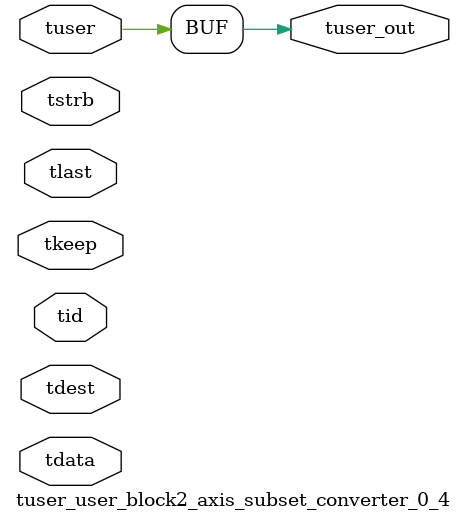
<source format=v>


`timescale 1ps/1ps

module tuser_user_block2_axis_subset_converter_0_4 #
(
parameter C_S_AXIS_TUSER_WIDTH = 1,
parameter C_S_AXIS_TDATA_WIDTH = 32,
parameter C_S_AXIS_TID_WIDTH   = 0,
parameter C_S_AXIS_TDEST_WIDTH = 0,
parameter C_M_AXIS_TUSER_WIDTH = 1
)
(
input  [(C_S_AXIS_TUSER_WIDTH == 0 ? 1 : C_S_AXIS_TUSER_WIDTH)-1:0     ] tuser,
input  [(C_S_AXIS_TDATA_WIDTH == 0 ? 1 : C_S_AXIS_TDATA_WIDTH)-1:0     ] tdata,
input  [(C_S_AXIS_TID_WIDTH   == 0 ? 1 : C_S_AXIS_TID_WIDTH)-1:0       ] tid,
input  [(C_S_AXIS_TDEST_WIDTH == 0 ? 1 : C_S_AXIS_TDEST_WIDTH)-1:0     ] tdest,
input  [(C_S_AXIS_TDATA_WIDTH/8)-1:0 ] tkeep,
input  [(C_S_AXIS_TDATA_WIDTH/8)-1:0 ] tstrb,
input                                                                    tlast,
output [C_M_AXIS_TUSER_WIDTH-1:0] tuser_out
);

assign tuser_out = {tuser[127:0]};

endmodule


</source>
